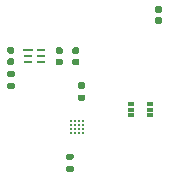
<source format=gtp>
G04 #@! TF.GenerationSoftware,KiCad,Pcbnew,(5.1.10)-1*
G04 #@! TF.CreationDate,2021-12-08T09:06:10-05:00*
G04 #@! TF.ProjectId,WS2812_Driver,57533238-3132-45f4-9472-697665722e6b,rev?*
G04 #@! TF.SameCoordinates,Original*
G04 #@! TF.FileFunction,Paste,Top*
G04 #@! TF.FilePolarity,Positive*
%FSLAX46Y46*%
G04 Gerber Fmt 4.6, Leading zero omitted, Abs format (unit mm)*
G04 Created by KiCad (PCBNEW (5.1.10)-1) date 2021-12-08 09:06:10*
%MOMM*%
%LPD*%
G01*
G04 APERTURE LIST*
%ADD10C,0.200000*%
%ADD11R,0.750000X0.280000*%
%ADD12R,0.850000X0.280000*%
%ADD13R,0.503200X0.300000*%
G04 APERTURE END LIST*
D10*
X90255000Y-98500000D03*
X90605000Y-98500000D03*
X90955000Y-98500000D03*
X91305000Y-98500000D03*
X90255000Y-98150000D03*
X90255000Y-97800000D03*
X90255000Y-97450000D03*
X90605000Y-98150000D03*
X90605000Y-97800000D03*
X90605000Y-97450000D03*
X90955000Y-98150000D03*
X90955000Y-97800000D03*
X90955000Y-97450000D03*
X91305000Y-98150000D03*
X91305000Y-97800000D03*
X91305000Y-97450000D03*
D11*
X87755000Y-91470000D03*
X87755000Y-91970000D03*
X87755000Y-92470000D03*
X86605000Y-92470000D03*
X86605000Y-91970000D03*
D12*
X86655000Y-91470000D03*
D13*
X95378399Y-95970001D03*
X95378399Y-96470000D03*
X95378399Y-96969999D03*
X96981601Y-96969999D03*
X96981601Y-96470000D03*
X96981601Y-95970001D03*
G36*
G01*
X91365000Y-94720000D02*
X90995000Y-94720000D01*
G75*
G02*
X90860000Y-94585000I0J135000D01*
G01*
X90860000Y-94315000D01*
G75*
G02*
X90995000Y-94180000I135000J0D01*
G01*
X91365000Y-94180000D01*
G75*
G02*
X91500000Y-94315000I0J-135000D01*
G01*
X91500000Y-94585000D01*
G75*
G02*
X91365000Y-94720000I-135000J0D01*
G01*
G37*
G36*
G01*
X91365000Y-95740000D02*
X90995000Y-95740000D01*
G75*
G02*
X90860000Y-95605000I0J135000D01*
G01*
X90860000Y-95335000D01*
G75*
G02*
X90995000Y-95200000I135000J0D01*
G01*
X91365000Y-95200000D01*
G75*
G02*
X91500000Y-95335000I0J-135000D01*
G01*
X91500000Y-95605000D01*
G75*
G02*
X91365000Y-95740000I-135000J0D01*
G01*
G37*
G36*
G01*
X89995000Y-101220000D02*
X90365000Y-101220000D01*
G75*
G02*
X90500000Y-101355000I0J-135000D01*
G01*
X90500000Y-101625000D01*
G75*
G02*
X90365000Y-101760000I-135000J0D01*
G01*
X89995000Y-101760000D01*
G75*
G02*
X89860000Y-101625000I0J135000D01*
G01*
X89860000Y-101355000D01*
G75*
G02*
X89995000Y-101220000I135000J0D01*
G01*
G37*
G36*
G01*
X89995000Y-100200000D02*
X90365000Y-100200000D01*
G75*
G02*
X90500000Y-100335000I0J-135000D01*
G01*
X90500000Y-100605000D01*
G75*
G02*
X90365000Y-100740000I-135000J0D01*
G01*
X89995000Y-100740000D01*
G75*
G02*
X89860000Y-100605000I0J135000D01*
G01*
X89860000Y-100335000D01*
G75*
G02*
X89995000Y-100200000I135000J0D01*
G01*
G37*
G36*
G01*
X85365000Y-93730000D02*
X84995000Y-93730000D01*
G75*
G02*
X84860000Y-93595000I0J135000D01*
G01*
X84860000Y-93325000D01*
G75*
G02*
X84995000Y-93190000I135000J0D01*
G01*
X85365000Y-93190000D01*
G75*
G02*
X85500000Y-93325000I0J-135000D01*
G01*
X85500000Y-93595000D01*
G75*
G02*
X85365000Y-93730000I-135000J0D01*
G01*
G37*
G36*
G01*
X85365000Y-94750000D02*
X84995000Y-94750000D01*
G75*
G02*
X84860000Y-94615000I0J135000D01*
G01*
X84860000Y-94345000D01*
G75*
G02*
X84995000Y-94210000I135000J0D01*
G01*
X85365000Y-94210000D01*
G75*
G02*
X85500000Y-94345000I0J-135000D01*
G01*
X85500000Y-94615000D01*
G75*
G02*
X85365000Y-94750000I-135000J0D01*
G01*
G37*
G36*
G01*
X89110000Y-92170000D02*
X89450000Y-92170000D01*
G75*
G02*
X89590000Y-92310000I0J-140000D01*
G01*
X89590000Y-92590000D01*
G75*
G02*
X89450000Y-92730000I-140000J0D01*
G01*
X89110000Y-92730000D01*
G75*
G02*
X88970000Y-92590000I0J140000D01*
G01*
X88970000Y-92310000D01*
G75*
G02*
X89110000Y-92170000I140000J0D01*
G01*
G37*
G36*
G01*
X89110000Y-91210000D02*
X89450000Y-91210000D01*
G75*
G02*
X89590000Y-91350000I0J-140000D01*
G01*
X89590000Y-91630000D01*
G75*
G02*
X89450000Y-91770000I-140000J0D01*
G01*
X89110000Y-91770000D01*
G75*
G02*
X88970000Y-91630000I0J140000D01*
G01*
X88970000Y-91350000D01*
G75*
G02*
X89110000Y-91210000I140000J0D01*
G01*
G37*
G36*
G01*
X90510000Y-92170000D02*
X90850000Y-92170000D01*
G75*
G02*
X90990000Y-92310000I0J-140000D01*
G01*
X90990000Y-92590000D01*
G75*
G02*
X90850000Y-92730000I-140000J0D01*
G01*
X90510000Y-92730000D01*
G75*
G02*
X90370000Y-92590000I0J140000D01*
G01*
X90370000Y-92310000D01*
G75*
G02*
X90510000Y-92170000I140000J0D01*
G01*
G37*
G36*
G01*
X90510000Y-91210000D02*
X90850000Y-91210000D01*
G75*
G02*
X90990000Y-91350000I0J-140000D01*
G01*
X90990000Y-91630000D01*
G75*
G02*
X90850000Y-91770000I-140000J0D01*
G01*
X90510000Y-91770000D01*
G75*
G02*
X90370000Y-91630000I0J140000D01*
G01*
X90370000Y-91350000D01*
G75*
G02*
X90510000Y-91210000I140000J0D01*
G01*
G37*
G36*
G01*
X97510000Y-88670000D02*
X97850000Y-88670000D01*
G75*
G02*
X97990000Y-88810000I0J-140000D01*
G01*
X97990000Y-89090000D01*
G75*
G02*
X97850000Y-89230000I-140000J0D01*
G01*
X97510000Y-89230000D01*
G75*
G02*
X97370000Y-89090000I0J140000D01*
G01*
X97370000Y-88810000D01*
G75*
G02*
X97510000Y-88670000I140000J0D01*
G01*
G37*
G36*
G01*
X97510000Y-87710000D02*
X97850000Y-87710000D01*
G75*
G02*
X97990000Y-87850000I0J-140000D01*
G01*
X97990000Y-88130000D01*
G75*
G02*
X97850000Y-88270000I-140000J0D01*
G01*
X97510000Y-88270000D01*
G75*
G02*
X97370000Y-88130000I0J140000D01*
G01*
X97370000Y-87850000D01*
G75*
G02*
X97510000Y-87710000I140000J0D01*
G01*
G37*
G36*
G01*
X85010000Y-92150000D02*
X85350000Y-92150000D01*
G75*
G02*
X85490000Y-92290000I0J-140000D01*
G01*
X85490000Y-92570000D01*
G75*
G02*
X85350000Y-92710000I-140000J0D01*
G01*
X85010000Y-92710000D01*
G75*
G02*
X84870000Y-92570000I0J140000D01*
G01*
X84870000Y-92290000D01*
G75*
G02*
X85010000Y-92150000I140000J0D01*
G01*
G37*
G36*
G01*
X85010000Y-91190000D02*
X85350000Y-91190000D01*
G75*
G02*
X85490000Y-91330000I0J-140000D01*
G01*
X85490000Y-91610000D01*
G75*
G02*
X85350000Y-91750000I-140000J0D01*
G01*
X85010000Y-91750000D01*
G75*
G02*
X84870000Y-91610000I0J140000D01*
G01*
X84870000Y-91330000D01*
G75*
G02*
X85010000Y-91190000I140000J0D01*
G01*
G37*
M02*

</source>
